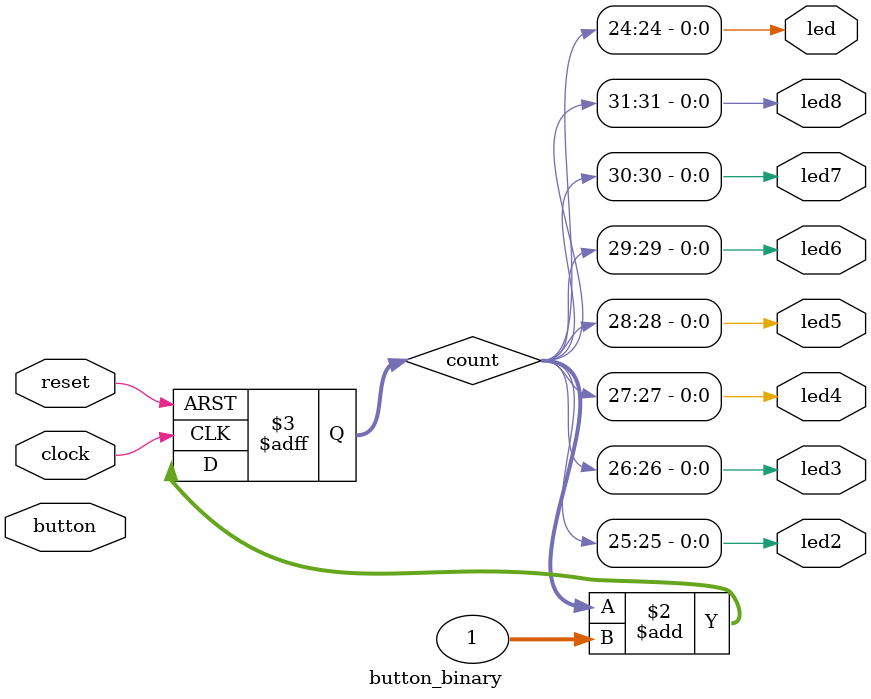
<source format=v>
module button_binary(
    input clock,
    input reset,
  input button,
    output led,
    output led2,
    output led3,
    output led4,
    output led5,
    output led6,
    output led7,
    output led8
    );
parameter width = 32;
reg [width-1:0]count;
 
always @ (posedge clock or posedge reset)
 begin
  if (reset)
   count <= 0;
  else if (clock)
   count <= count + 1;
 end
  
assign led = count[width-8];
assign led2 = count[width-7];
assign led3 = count[width-6];
assign led4 = count[width-5];
assign led5 = count[width-4];
assign led6 = count[width-3];
assign led7 = count[width-2];
assign led8 = count[width-1];
 
 
endmodule

</source>
